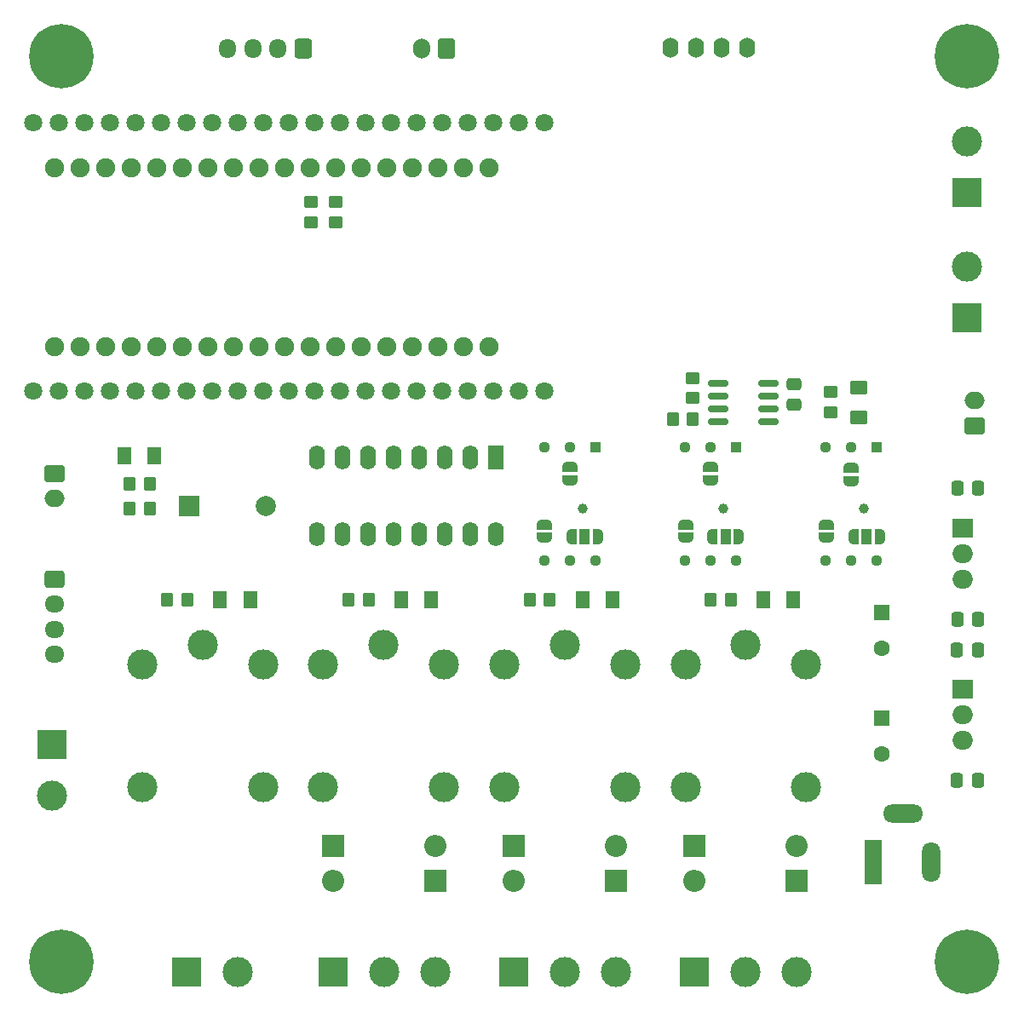
<source format=gbr>
%TF.GenerationSoftware,KiCad,Pcbnew,(5.99.0-10406-ge27733587d)*%
%TF.CreationDate,2021-05-29T12:27:52+05:30*%
%TF.ProjectId,OxiKit-Brainboard_v1,4f78694b-6974-42d4-9272-61696e626f61,rev?*%
%TF.SameCoordinates,Original*%
%TF.FileFunction,Soldermask,Top*%
%TF.FilePolarity,Negative*%
%FSLAX46Y46*%
G04 Gerber Fmt 4.6, Leading zero omitted, Abs format (unit mm)*
G04 Created by KiCad (PCBNEW (5.99.0-10406-ge27733587d)) date 2021-05-29 12:27:52*
%MOMM*%
%LPD*%
G01*
G04 APERTURE LIST*
G04 Aperture macros list*
%AMRoundRect*
0 Rectangle with rounded corners*
0 $1 Rounding radius*
0 $2 $3 $4 $5 $6 $7 $8 $9 X,Y pos of 4 corners*
0 Add a 4 corners polygon primitive as box body*
4,1,4,$2,$3,$4,$5,$6,$7,$8,$9,$2,$3,0*
0 Add four circle primitives for the rounded corners*
1,1,$1+$1,$2,$3*
1,1,$1+$1,$4,$5*
1,1,$1+$1,$6,$7*
1,1,$1+$1,$8,$9*
0 Add four rect primitives between the rounded corners*
20,1,$1+$1,$2,$3,$4,$5,0*
20,1,$1+$1,$4,$5,$6,$7,0*
20,1,$1+$1,$6,$7,$8,$9,0*
20,1,$1+$1,$8,$9,$2,$3,0*%
%AMFreePoly0*
4,1,22,0.550000,-0.750000,0.000000,-0.750000,0.000000,-0.745033,-0.079941,-0.743568,-0.215256,-0.701293,-0.333266,-0.622738,-0.424486,-0.514219,-0.481581,-0.384460,-0.499164,-0.250000,-0.500000,-0.250000,-0.500000,0.250000,-0.499164,0.250000,-0.499963,0.256109,-0.478152,0.396186,-0.417904,0.524511,-0.324060,0.630769,-0.204165,0.706417,-0.067858,0.745374,0.000000,0.744959,0.000000,0.750000,
0.550000,0.750000,0.550000,-0.750000,0.550000,-0.750000,$1*%
%AMFreePoly1*
4,1,20,0.000000,0.744959,0.073905,0.744508,0.209726,0.703889,0.328688,0.626782,0.421226,0.519385,0.479903,0.390333,0.500000,0.250000,0.500000,-0.250000,0.499851,-0.262216,0.476331,-0.402017,0.414519,-0.529596,0.319384,-0.634700,0.198574,-0.708877,0.061801,-0.746166,0.000000,-0.745033,0.000000,-0.750000,-0.550000,-0.750000,-0.550000,0.750000,0.000000,0.750000,0.000000,0.744959,
0.000000,0.744959,$1*%
%AMFreePoly2*
4,1,22,0.500000,-0.750000,0.000000,-0.750000,0.000000,-0.745033,-0.079941,-0.743568,-0.215256,-0.701293,-0.333266,-0.622738,-0.424486,-0.514219,-0.481581,-0.384460,-0.499164,-0.250000,-0.500000,-0.250000,-0.500000,0.250000,-0.499164,0.250000,-0.499963,0.256109,-0.478152,0.396186,-0.417904,0.524511,-0.324060,0.630769,-0.204165,0.706417,-0.067858,0.745374,0.000000,0.744959,0.000000,0.750000,
0.500000,0.750000,0.500000,-0.750000,0.500000,-0.750000,$1*%
%AMFreePoly3*
4,1,20,0.000000,0.744959,0.073905,0.744508,0.209726,0.703889,0.328688,0.626782,0.421226,0.519385,0.479903,0.390333,0.500000,0.250000,0.500000,-0.250000,0.499851,-0.262216,0.476331,-0.402017,0.414519,-0.529596,0.319384,-0.634700,0.198574,-0.708877,0.061801,-0.746166,0.000000,-0.745033,0.000000,-0.750000,-0.500000,-0.750000,-0.500000,0.750000,0.000000,0.750000,0.000000,0.744959,
0.000000,0.744959,$1*%
G04 Aperture macros list end*
%ADD10RoundRect,0.250000X-0.450000X0.350000X-0.450000X-0.350000X0.450000X-0.350000X0.450000X0.350000X0*%
%ADD11RoundRect,0.250000X-0.350000X-0.450000X0.350000X-0.450000X0.350000X0.450000X-0.350000X0.450000X0*%
%ADD12R,1.600000X1.600000*%
%ADD13C,1.600000*%
%ADD14R,2.200000X2.200000*%
%ADD15O,2.200000X2.200000*%
%ADD16R,3.000000X3.000000*%
%ADD17C,3.000000*%
%ADD18FreePoly0,180.000000*%
%ADD19R,1.000000X1.500000*%
%ADD20FreePoly1,180.000000*%
%ADD21C,0.800000*%
%ADD22C,6.400000*%
%ADD23RoundRect,0.250000X0.450000X-0.350000X0.450000X0.350000X-0.450000X0.350000X-0.450000X-0.350000X0*%
%ADD24RoundRect,0.250000X0.337500X0.475000X-0.337500X0.475000X-0.337500X-0.475000X0.337500X-0.475000X0*%
%ADD25FreePoly2,90.000000*%
%ADD26FreePoly3,90.000000*%
%ADD27R,2.000000X2.000000*%
%ADD28C,2.000000*%
%ADD29C,1.800000*%
%ADD30RoundRect,0.150000X-0.825000X-0.150000X0.825000X-0.150000X0.825000X0.150000X-0.825000X0.150000X0*%
%ADD31RoundRect,0.250001X0.462499X0.624999X-0.462499X0.624999X-0.462499X-0.624999X0.462499X-0.624999X0*%
%ADD32RoundRect,0.250000X0.350000X0.450000X-0.350000X0.450000X-0.350000X-0.450000X0.350000X-0.450000X0*%
%ADD33RoundRect,0.250000X-0.337500X-0.475000X0.337500X-0.475000X0.337500X0.475000X-0.337500X0.475000X0*%
%ADD34RoundRect,0.250000X0.600000X0.725000X-0.600000X0.725000X-0.600000X-0.725000X0.600000X-0.725000X0*%
%ADD35O,1.700000X1.950000*%
%ADD36R,2.000000X1.905000*%
%ADD37O,2.000000X1.905000*%
%ADD38C,1.900000*%
%ADD39RoundRect,0.250000X-0.750000X0.600000X-0.750000X-0.600000X0.750000X-0.600000X0.750000X0.600000X0*%
%ADD40O,2.000000X1.700000*%
%ADD41RoundRect,0.250000X0.750000X-0.600000X0.750000X0.600000X-0.750000X0.600000X-0.750000X-0.600000X0*%
%ADD42RoundRect,0.250000X0.600000X0.750000X-0.600000X0.750000X-0.600000X-0.750000X0.600000X-0.750000X0*%
%ADD43O,1.700000X2.000000*%
%ADD44RoundRect,0.250000X-0.725000X0.600000X-0.725000X-0.600000X0.725000X-0.600000X0.725000X0.600000X0*%
%ADD45O,1.950000X1.700000*%
%ADD46R,1.600000X2.400000*%
%ADD47O,1.600000X2.400000*%
%ADD48RoundRect,0.250000X-0.475000X0.337500X-0.475000X-0.337500X0.475000X-0.337500X0.475000X0.337500X0*%
%ADD49R,1.800000X4.400000*%
%ADD50O,1.800000X4.000000*%
%ADD51O,4.000000X1.800000*%
%ADD52RoundRect,0.250001X-0.462499X-0.624999X0.462499X-0.624999X0.462499X0.624999X-0.462499X0.624999X0*%
%ADD53RoundRect,0.250001X0.624999X-0.462499X0.624999X0.462499X-0.624999X0.462499X-0.624999X-0.462499X0*%
%ADD54C,1.000000*%
%ADD55R,1.130000X1.130000*%
%ADD56C,1.130000*%
%ADD57O,1.600000X2.000000*%
G04 APERTURE END LIST*
D10*
%TO.C,R2*%
X117700000Y-77000000D03*
X117700000Y-79000000D03*
%TD*%
D11*
%TO.C,R1*%
X115750000Y-81100000D03*
X117750000Y-81100000D03*
%TD*%
D12*
%TO.C,C1*%
X136500000Y-110847349D03*
D13*
X136500000Y-114347349D03*
%TD*%
D14*
%TO.C,D12*%
X92110000Y-127000000D03*
D15*
X81950000Y-127000000D03*
%TD*%
D16*
%TO.C,J11*%
X67460000Y-136000000D03*
D17*
X72540000Y-136000000D03*
%TD*%
%TO.C,K4*%
X69000000Y-103500000D03*
X75000000Y-117700000D03*
X63000000Y-117700000D03*
X63000000Y-105500000D03*
X75000000Y-105500000D03*
%TD*%
D18*
%TO.C,JP4*%
X108300000Y-92750000D03*
D19*
X107000000Y-92750000D03*
D20*
X105700000Y-92750000D03*
%TD*%
D21*
%TO.C,H3*%
X147400000Y-135000000D03*
X143302944Y-133302944D03*
X146697056Y-136697056D03*
X146697056Y-133302944D03*
D22*
X145000000Y-135000000D03*
D21*
X145000000Y-132600000D03*
X143302944Y-136697056D03*
X142600000Y-135000000D03*
X145000000Y-137400000D03*
%TD*%
D23*
%TO.C,R10*%
X82250000Y-61500000D03*
X82250000Y-59500000D03*
%TD*%
D24*
%TO.C,C3*%
X146092500Y-100960000D03*
X144017500Y-100960000D03*
%TD*%
D14*
%TO.C,D4*%
X117920000Y-123550000D03*
D15*
X128080000Y-123550000D03*
%TD*%
D11*
%TO.C,R11*%
X61750000Y-90000000D03*
X63750000Y-90000000D03*
%TD*%
D25*
%TO.C,JP7*%
X103000000Y-92900000D03*
D26*
X103000000Y-91600000D03*
%TD*%
D16*
%TO.C,J9*%
X54000000Y-113460000D03*
D17*
X54000000Y-118540000D03*
%TD*%
%TO.C,K3*%
X87000000Y-103500000D03*
X93000000Y-117700000D03*
X81000000Y-117700000D03*
X81000000Y-105500000D03*
X93000000Y-105500000D03*
%TD*%
D27*
%TO.C,BZ1*%
X67700000Y-89750000D03*
D28*
X75300000Y-89750000D03*
%TD*%
D29*
%TO.C,U5*%
X103000000Y-51665000D03*
X100460000Y-51665000D03*
X97920000Y-51665000D03*
X95380000Y-51665000D03*
X92840000Y-51665000D03*
X90300000Y-51665000D03*
X87760000Y-51665000D03*
X85220000Y-51665000D03*
X82680000Y-51665000D03*
X80140000Y-51665000D03*
X77600000Y-51665000D03*
X75060000Y-51665000D03*
X72520000Y-51665000D03*
X69980000Y-51665000D03*
X67440000Y-51665000D03*
X64900000Y-51665000D03*
X62360000Y-51665000D03*
X59820000Y-51665000D03*
X57280000Y-51665000D03*
X54740000Y-51665000D03*
X52200000Y-51665000D03*
X103000000Y-78335000D03*
X100460000Y-78335000D03*
X97920000Y-78335000D03*
X95380000Y-78335000D03*
X92840000Y-78335000D03*
X90300000Y-78335000D03*
X87760000Y-78335000D03*
X85220000Y-78335000D03*
X82680000Y-78335000D03*
X80140000Y-78335000D03*
X77600000Y-78335000D03*
X75060000Y-78335000D03*
X72520000Y-78335000D03*
X69980000Y-78335000D03*
X67440000Y-78335000D03*
X64900000Y-78335000D03*
X62360000Y-78335000D03*
X59820000Y-78335000D03*
X57280000Y-78335000D03*
X54740000Y-78335000D03*
X52200000Y-78335000D03*
%TD*%
D30*
%TO.C,U2*%
X120275000Y-77500000D03*
X120275000Y-78770000D03*
X120275000Y-80040000D03*
X120275000Y-81310000D03*
X125225000Y-81310000D03*
X125225000Y-80040000D03*
X125225000Y-78770000D03*
X125225000Y-77500000D03*
%TD*%
D31*
%TO.C,D9*%
X73737500Y-99000000D03*
X70762500Y-99000000D03*
%TD*%
D14*
%TO.C,D8*%
X110080000Y-127000000D03*
D15*
X99920000Y-127000000D03*
%TD*%
D32*
%TO.C,R7*%
X67500000Y-99000000D03*
X65500000Y-99000000D03*
%TD*%
D12*
%TO.C,C7*%
X136500000Y-100347349D03*
D13*
X136500000Y-103847349D03*
%TD*%
D17*
%TO.C,K2*%
X105000000Y-103500000D03*
X111000000Y-117700000D03*
X99000000Y-117700000D03*
X99000000Y-105500000D03*
X111000000Y-105500000D03*
%TD*%
D25*
%TO.C,JP2*%
X119500000Y-87150000D03*
D26*
X119500000Y-85850000D03*
%TD*%
D25*
%TO.C,JP9*%
X131000000Y-92900000D03*
D26*
X131000000Y-91600000D03*
%TD*%
D16*
%TO.C,J5*%
X145000000Y-71040000D03*
D17*
X145000000Y-65960000D03*
%TD*%
D21*
%TO.C,H1*%
X55000000Y-132600000D03*
X55000000Y-137400000D03*
X53302944Y-133302944D03*
X57400000Y-135000000D03*
D22*
X55000000Y-135000000D03*
D21*
X52600000Y-135000000D03*
X53302944Y-136697056D03*
X56697056Y-136697056D03*
X56697056Y-133302944D03*
%TD*%
D16*
%TO.C,J8*%
X99920000Y-136000000D03*
D17*
X105000000Y-136000000D03*
X110080000Y-136000000D03*
%TD*%
D33*
%TO.C,C4*%
X144017500Y-87960000D03*
X146092500Y-87960000D03*
%TD*%
D16*
%TO.C,J4*%
X145000000Y-58540000D03*
D17*
X145000000Y-53460000D03*
%TD*%
D16*
%TO.C,J7*%
X117920000Y-136000000D03*
D17*
X123000000Y-136000000D03*
X128080000Y-136000000D03*
%TD*%
D11*
%TO.C,R3*%
X61750000Y-87512500D03*
X63750000Y-87512500D03*
%TD*%
D34*
%TO.C,J3*%
X79000000Y-44275000D03*
D35*
X76500000Y-44275000D03*
X74000000Y-44275000D03*
X71500000Y-44275000D03*
%TD*%
D36*
%TO.C,U3*%
X144555000Y-91960000D03*
D37*
X144555000Y-94500000D03*
X144555000Y-97040000D03*
%TD*%
D25*
%TO.C,JP1*%
X105500000Y-87150000D03*
D26*
X105500000Y-85850000D03*
%TD*%
D21*
%TO.C,H4*%
X146697056Y-46697056D03*
D22*
X145000000Y-45000000D03*
D21*
X147400000Y-45000000D03*
X142600000Y-45000000D03*
X145000000Y-42600000D03*
X146697056Y-43302944D03*
X143302944Y-43302944D03*
X143302944Y-46697056D03*
X145000000Y-47400000D03*
%TD*%
D38*
%TO.C,U1*%
X54322500Y-73890000D03*
X56862500Y-73890000D03*
X59402500Y-73890000D03*
X61942500Y-73890000D03*
X64482500Y-73890000D03*
X67022500Y-73890000D03*
X69562500Y-73890000D03*
X72102500Y-73890000D03*
X74642500Y-73890000D03*
X77182500Y-73890000D03*
X79722500Y-73890000D03*
X82262500Y-73890000D03*
X84802500Y-73890000D03*
X87342500Y-73890000D03*
X89882500Y-73890000D03*
X92422500Y-73890000D03*
X94962500Y-73890000D03*
X97502500Y-73890000D03*
X97502500Y-56110000D03*
X94962500Y-56110000D03*
X92422500Y-56110000D03*
X89882500Y-56110000D03*
X87342500Y-56110000D03*
X84802500Y-56110000D03*
X82262500Y-56110000D03*
X79722500Y-56110000D03*
X77182500Y-56110000D03*
X74642500Y-56110000D03*
X72102500Y-56110000D03*
X69562500Y-56110000D03*
X67022500Y-56110000D03*
X64482500Y-56110000D03*
X61942500Y-56110000D03*
X59402500Y-56110000D03*
X56862500Y-56110000D03*
X54322500Y-56110000D03*
%TD*%
D14*
%TO.C,D11*%
X81950000Y-123550000D03*
D15*
X92110000Y-123550000D03*
%TD*%
D39*
%TO.C,SW2*%
X54275000Y-86500000D03*
D40*
X54275000Y-89000000D03*
%TD*%
D41*
%TO.C,SW1*%
X145725000Y-81750000D03*
D40*
X145725000Y-79250000D03*
%TD*%
D42*
%TO.C,J1*%
X93250000Y-44275000D03*
D43*
X90750000Y-44275000D03*
%TD*%
D44*
%TO.C,J6*%
X54275000Y-97000000D03*
D45*
X54275000Y-99500000D03*
X54275000Y-102000000D03*
X54275000Y-104500000D03*
%TD*%
D32*
%TO.C,R6*%
X103500000Y-99000000D03*
X101500000Y-99000000D03*
%TD*%
D14*
%TO.C,D5*%
X128080000Y-127000000D03*
D15*
X117920000Y-127000000D03*
%TD*%
D32*
%TO.C,R5*%
X121500000Y-99000000D03*
X119500000Y-99000000D03*
%TD*%
D46*
%TO.C,U6*%
X98125000Y-84925000D03*
D47*
X95585000Y-84925000D03*
X93045000Y-84925000D03*
X90505000Y-84925000D03*
X87965000Y-84925000D03*
X85425000Y-84925000D03*
X82885000Y-84925000D03*
X80345000Y-84925000D03*
X80345000Y-92545000D03*
X82885000Y-92545000D03*
X85425000Y-92545000D03*
X87965000Y-92545000D03*
X90505000Y-92545000D03*
X93045000Y-92545000D03*
X95585000Y-92545000D03*
X98125000Y-92545000D03*
%TD*%
D21*
%TO.C,H2*%
X53302944Y-46697056D03*
D22*
X55000000Y-45000000D03*
D21*
X55000000Y-42600000D03*
X52600000Y-45000000D03*
X55000000Y-47400000D03*
X57400000Y-45000000D03*
X56697056Y-43302944D03*
X56697056Y-46697056D03*
X53302944Y-43302944D03*
%TD*%
D32*
%TO.C,R8*%
X85500000Y-99000000D03*
X83500000Y-99000000D03*
%TD*%
D16*
%TO.C,J10*%
X81950000Y-136000000D03*
D17*
X87030000Y-136000000D03*
X92110000Y-136000000D03*
%TD*%
D18*
%TO.C,JP5*%
X122300000Y-92750000D03*
D19*
X121000000Y-92750000D03*
D20*
X119700000Y-92750000D03*
%TD*%
D23*
%TO.C,R9*%
X79750000Y-61500000D03*
X79750000Y-59500000D03*
%TD*%
D31*
%TO.C,D3*%
X127737500Y-99000000D03*
X124762500Y-99000000D03*
%TD*%
D25*
%TO.C,JP8*%
X117000000Y-92900000D03*
D26*
X117000000Y-91600000D03*
%TD*%
D17*
%TO.C,K1*%
X123000000Y-103500000D03*
X129000000Y-117700000D03*
X117000000Y-117700000D03*
X117000000Y-105500000D03*
X129000000Y-105500000D03*
%TD*%
D18*
%TO.C,JP6*%
X136300000Y-92750000D03*
D19*
X135000000Y-92750000D03*
D20*
X133700000Y-92750000D03*
%TD*%
D23*
%TO.C,R4*%
X131400000Y-80405000D03*
X131400000Y-78405000D03*
%TD*%
D48*
%TO.C,C5*%
X127750000Y-77617500D03*
X127750000Y-79692500D03*
%TD*%
D49*
%TO.C,J2*%
X135650000Y-125100000D03*
D50*
X141450000Y-125100000D03*
D51*
X138650000Y-120300000D03*
%TD*%
D33*
%TO.C,C6*%
X143962500Y-117000000D03*
X146037500Y-117000000D03*
%TD*%
%TO.C,C2*%
X143962500Y-104000000D03*
X146037500Y-104000000D03*
%TD*%
D52*
%TO.C,D1*%
X61262500Y-84762500D03*
X64237500Y-84762500D03*
%TD*%
D25*
%TO.C,JP3*%
X133500000Y-87250000D03*
D26*
X133500000Y-85950000D03*
%TD*%
D31*
%TO.C,D10*%
X91737500Y-99000000D03*
X88762500Y-99000000D03*
%TD*%
%TO.C,D6*%
X109737500Y-99000000D03*
X106762500Y-99000000D03*
%TD*%
D53*
%TO.C,D2*%
X134250000Y-80892500D03*
X134250000Y-77917500D03*
%TD*%
D14*
%TO.C,D7*%
X99920000Y-123550000D03*
D15*
X110080000Y-123550000D03*
%TD*%
D36*
%TO.C,U4*%
X144555000Y-107960000D03*
D37*
X144555000Y-110500000D03*
X144555000Y-113040000D03*
%TD*%
D54*
%TO.C,PS3*%
X134770000Y-90000000D03*
D55*
X136040000Y-83875000D03*
D56*
X133500000Y-83875000D03*
X130960000Y-83875000D03*
X130960000Y-95125000D03*
X133500000Y-95125000D03*
X136040000Y-95125000D03*
%TD*%
D57*
%TO.C,Brd1*%
X115500000Y-44150000D03*
X118040000Y-44150000D03*
X120580000Y-44150000D03*
X123120000Y-44150000D03*
%TD*%
D54*
%TO.C,PS2*%
X120770000Y-90000000D03*
D55*
X122040000Y-83875000D03*
D56*
X119500000Y-83875000D03*
X116960000Y-83875000D03*
X116960000Y-95125000D03*
X119500000Y-95125000D03*
X122040000Y-95125000D03*
%TD*%
D54*
%TO.C,PS1*%
X106770000Y-90000000D03*
D55*
X108040000Y-83875000D03*
D56*
X105500000Y-83875000D03*
X102960000Y-83875000D03*
X102960000Y-95125000D03*
X105500000Y-95125000D03*
X108040000Y-95125000D03*
%TD*%
M02*

</source>
